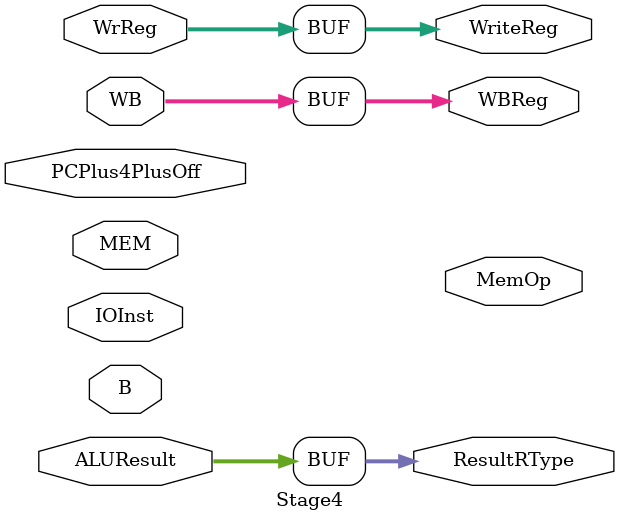
<source format=v>
`timescale 1ns / 1ps
module Stage4(
PCPlus4PlusOff,
ALUResult,
B,
WrReg,
WB,
MEM,
WriteReg,
MemOp,
ResultRType,
WBReg,
IOInst
    );

input [31:0] PCPlus4PlusOff,ALUResult,B;
input [4:0] WrReg;
input [3:0] MEM;
input [1:0] WB;
input IOInst;

output[31:0] MemOp,ResultRType;
output [4:0] WriteReg;
output [1:0] WBReg;


assign WriteReg = WrReg;

assign ResultRType = ALUResult;
assign WBReg = WB;

//DATAMEM s0 (.MemWrite(MEM[1]),.MemRead(MEM[2]),.Addr(ALUResult),.Wdata(B),.Rdata(MemOp));

//NextAddGen s1 (.Branch({MEM[3],MEM[0]}),.Equal(Equal),.PCSrc(PCSrc));
endmodule

</source>
